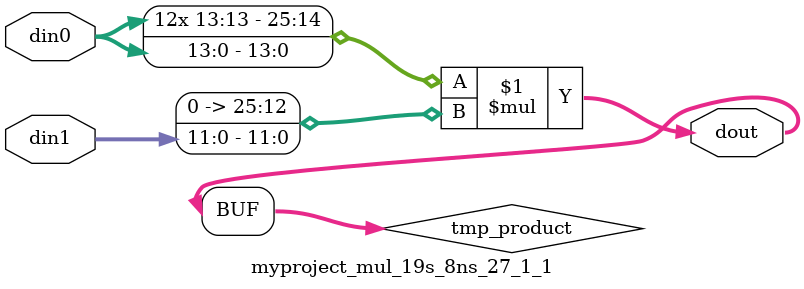
<source format=v>

`timescale 1 ns / 1 ps

  module myproject_mul_19s_8ns_27_1_1(din0, din1, dout);
parameter ID = 1;
parameter NUM_STAGE = 0;
parameter din0_WIDTH = 14;
parameter din1_WIDTH = 12;
parameter dout_WIDTH = 26;

input [din0_WIDTH - 1 : 0] din0; 
input [din1_WIDTH - 1 : 0] din1; 
output [dout_WIDTH - 1 : 0] dout;

wire signed [dout_WIDTH - 1 : 0] tmp_product;












assign tmp_product = $signed(din0) * $signed({1'b0, din1});









assign dout = tmp_product;







endmodule

</source>
